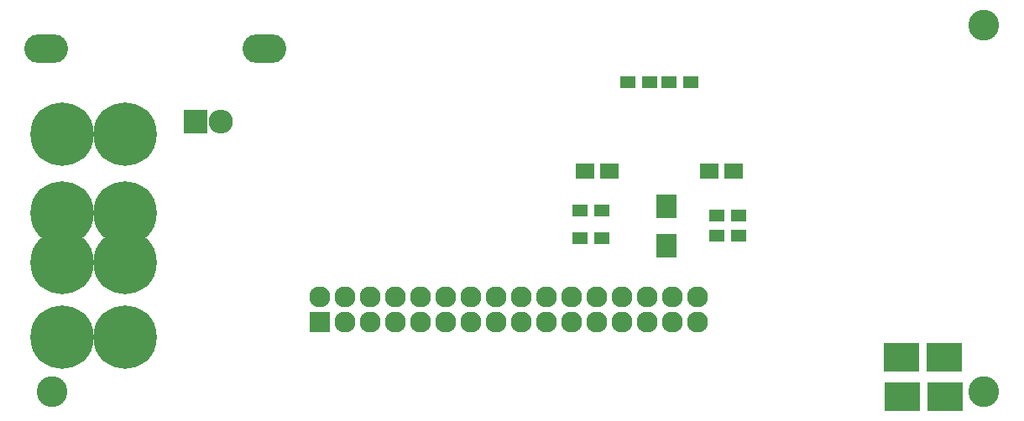
<source format=gbr>
G04 #@! TF.FileFunction,Soldermask,Bot*
%FSLAX46Y46*%
G04 Gerber Fmt 4.6, Leading zero omitted, Abs format (unit mm)*
G04 Created by KiCad (PCBNEW 4.0.5+dfsg1-4) date Mon Feb 19 23:39:44 2018*
%MOMM*%
%LPD*%
G01*
G04 APERTURE LIST*
%ADD10C,0.100000*%
%ADD11R,2.432000X2.432000*%
%ADD12O,2.432000X2.432000*%
%ADD13O,4.400500X2.899360*%
%ADD14C,3.100000*%
%ADD15R,2.127200X2.127200*%
%ADD16O,2.127200X2.127200*%
%ADD17C,6.399480*%
%ADD18R,2.000000X2.400000*%
%ADD19R,1.900000X1.650000*%
%ADD20R,3.600000X2.900000*%
%ADD21R,1.600000X1.300000*%
G04 APERTURE END LIST*
D10*
D11*
X106500000Y-110750000D03*
D12*
X109040000Y-110750000D03*
D13*
X113401480Y-103400000D03*
X91400000Y-103400000D03*
D14*
X186000000Y-101000000D03*
X186000000Y-138000000D03*
D15*
X119000000Y-131000000D03*
D16*
X119000000Y-128460000D03*
X121540000Y-131000000D03*
X121540000Y-128460000D03*
X124080000Y-131000000D03*
X124080000Y-128460000D03*
X126620000Y-131000000D03*
X126620000Y-128460000D03*
X129160000Y-131000000D03*
X129160000Y-128460000D03*
X131700000Y-131000000D03*
X131700000Y-128460000D03*
X134240000Y-131000000D03*
X134240000Y-128460000D03*
X136780000Y-131000000D03*
X136780000Y-128460000D03*
X139320000Y-131000000D03*
X139320000Y-128460000D03*
X141860000Y-131000000D03*
X141860000Y-128460000D03*
X144400000Y-131000000D03*
X144400000Y-128460000D03*
X146940000Y-131000000D03*
X146940000Y-128460000D03*
X149480000Y-131000000D03*
X149480000Y-128460000D03*
X152020000Y-131000000D03*
X152020000Y-128460000D03*
X154560000Y-131000000D03*
X154560000Y-128460000D03*
X157100000Y-131000000D03*
X157100000Y-128460000D03*
D14*
X92000000Y-138000000D03*
D17*
X99350000Y-112000000D03*
X93000000Y-112000000D03*
X99350000Y-120000000D03*
X93000000Y-120000000D03*
X99350000Y-125000000D03*
X93000000Y-125000000D03*
X99350000Y-132500000D03*
X93000000Y-132500000D03*
D18*
X154000000Y-119250000D03*
X154000000Y-123250000D03*
D19*
X158250000Y-115750000D03*
X160750000Y-115750000D03*
X148250000Y-115750000D03*
X145750000Y-115750000D03*
D20*
X177700000Y-134500000D03*
X182000000Y-134500000D03*
X177750000Y-138500000D03*
X182050000Y-138500000D03*
D21*
X154250000Y-106750000D03*
X156450000Y-106750000D03*
X150050000Y-106750000D03*
X152250000Y-106750000D03*
X161250000Y-120250000D03*
X159050000Y-120250000D03*
X159050000Y-122250000D03*
X161250000Y-122250000D03*
X145250000Y-119750000D03*
X147450000Y-119750000D03*
X147450000Y-122500000D03*
X145250000Y-122500000D03*
M02*

</source>
